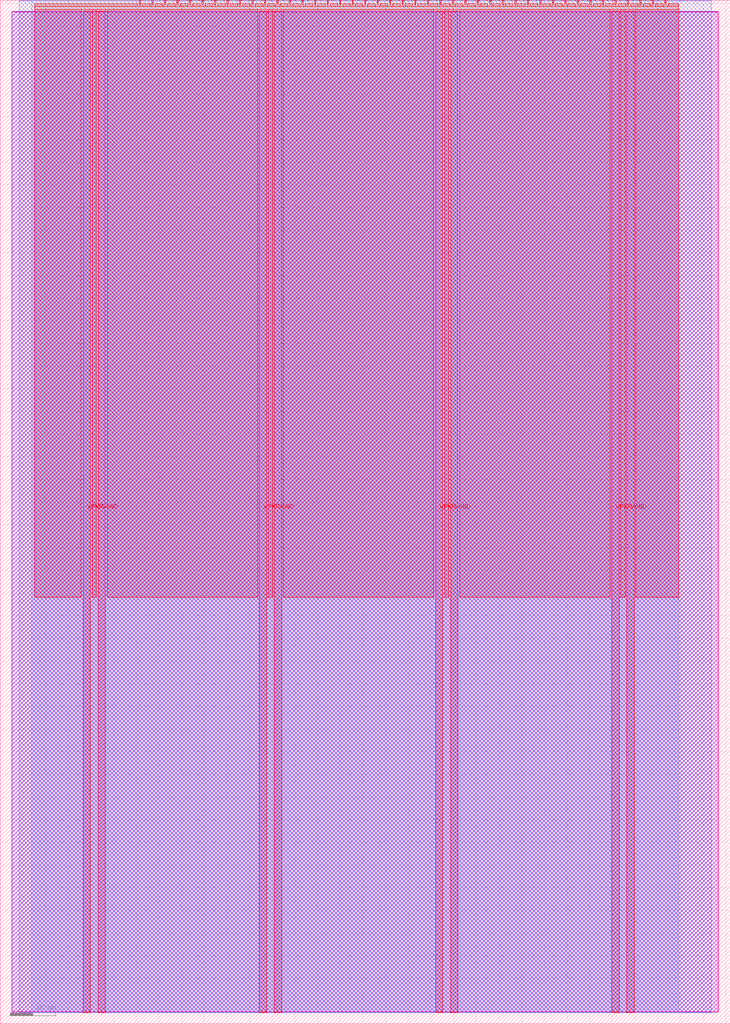
<source format=lef>
VERSION 5.7 ;
  NOWIREEXTENSIONATPIN ON ;
  DIVIDERCHAR "/" ;
  BUSBITCHARS "[]" ;
MACRO tt_um_jonnor_pdm_microphone
  CLASS BLOCK ;
  FOREIGN tt_um_jonnor_pdm_microphone ;
  ORIGIN 0.000 0.000 ;
  SIZE 161.000 BY 225.760 ;
  PIN VGND
    DIRECTION INOUT ;
    USE GROUND ;
    PORT
      LAYER met4 ;
        RECT 21.580 2.480 23.180 223.280 ;
    END
    PORT
      LAYER met4 ;
        RECT 60.450 2.480 62.050 223.280 ;
    END
    PORT
      LAYER met4 ;
        RECT 99.320 2.480 100.920 223.280 ;
    END
    PORT
      LAYER met4 ;
        RECT 138.190 2.480 139.790 223.280 ;
    END
  END VGND
  PIN VPWR
    DIRECTION INOUT ;
    USE POWER ;
    PORT
      LAYER met4 ;
        RECT 18.280 2.480 19.880 223.280 ;
    END
    PORT
      LAYER met4 ;
        RECT 57.150 2.480 58.750 223.280 ;
    END
    PORT
      LAYER met4 ;
        RECT 96.020 2.480 97.620 223.280 ;
    END
    PORT
      LAYER met4 ;
        RECT 134.890 2.480 136.490 223.280 ;
    END
  END VPWR
  PIN clk
    DIRECTION INPUT ;
    USE SIGNAL ;
    ANTENNAGATEAREA 0.852000 ;
    PORT
      LAYER met4 ;
        RECT 143.830 224.760 144.130 225.760 ;
    END
  END clk
  PIN ena
    DIRECTION INPUT ;
    USE SIGNAL ;
    PORT
      LAYER met4 ;
        RECT 146.590 224.760 146.890 225.760 ;
    END
  END ena
  PIN rst_n
    DIRECTION INPUT ;
    USE SIGNAL ;
    ANTENNAGATEAREA 0.196500 ;
    PORT
      LAYER met4 ;
        RECT 141.070 224.760 141.370 225.760 ;
    END
  END rst_n
  PIN ui_in[0]
    DIRECTION INPUT ;
    USE SIGNAL ;
    ANTENNAGATEAREA 0.196500 ;
    PORT
      LAYER met4 ;
        RECT 138.310 224.760 138.610 225.760 ;
    END
  END ui_in[0]
  PIN ui_in[1]
    DIRECTION INPUT ;
    USE SIGNAL ;
    ANTENNAGATEAREA 0.196500 ;
    PORT
      LAYER met4 ;
        RECT 135.550 224.760 135.850 225.760 ;
    END
  END ui_in[1]
  PIN ui_in[2]
    DIRECTION INPUT ;
    USE SIGNAL ;
    ANTENNAGATEAREA 0.196500 ;
    PORT
      LAYER met4 ;
        RECT 132.790 224.760 133.090 225.760 ;
    END
  END ui_in[2]
  PIN ui_in[3]
    DIRECTION INPUT ;
    USE SIGNAL ;
    ANTENNAGATEAREA 0.196500 ;
    PORT
      LAYER met4 ;
        RECT 130.030 224.760 130.330 225.760 ;
    END
  END ui_in[3]
  PIN ui_in[4]
    DIRECTION INPUT ;
    USE SIGNAL ;
    ANTENNAGATEAREA 0.196500 ;
    PORT
      LAYER met4 ;
        RECT 127.270 224.760 127.570 225.760 ;
    END
  END ui_in[4]
  PIN ui_in[5]
    DIRECTION INPUT ;
    USE SIGNAL ;
    ANTENNAGATEAREA 0.196500 ;
    PORT
      LAYER met4 ;
        RECT 124.510 224.760 124.810 225.760 ;
    END
  END ui_in[5]
  PIN ui_in[6]
    DIRECTION INPUT ;
    USE SIGNAL ;
    ANTENNAGATEAREA 0.196500 ;
    PORT
      LAYER met4 ;
        RECT 121.750 224.760 122.050 225.760 ;
    END
  END ui_in[6]
  PIN ui_in[7]
    DIRECTION INPUT ;
    USE SIGNAL ;
    ANTENNAGATEAREA 0.196500 ;
    PORT
      LAYER met4 ;
        RECT 118.990 224.760 119.290 225.760 ;
    END
  END ui_in[7]
  PIN uio_in[0]
    DIRECTION INPUT ;
    USE SIGNAL ;
    PORT
      LAYER met4 ;
        RECT 116.230 224.760 116.530 225.760 ;
    END
  END uio_in[0]
  PIN uio_in[1]
    DIRECTION INPUT ;
    USE SIGNAL ;
    PORT
      LAYER met4 ;
        RECT 113.470 224.760 113.770 225.760 ;
    END
  END uio_in[1]
  PIN uio_in[2]
    DIRECTION INPUT ;
    USE SIGNAL ;
    PORT
      LAYER met4 ;
        RECT 110.710 224.760 111.010 225.760 ;
    END
  END uio_in[2]
  PIN uio_in[3]
    DIRECTION INPUT ;
    USE SIGNAL ;
    PORT
      LAYER met4 ;
        RECT 107.950 224.760 108.250 225.760 ;
    END
  END uio_in[3]
  PIN uio_in[4]
    DIRECTION INPUT ;
    USE SIGNAL ;
    ANTENNAGATEAREA 0.196500 ;
    PORT
      LAYER met4 ;
        RECT 105.190 224.760 105.490 225.760 ;
    END
  END uio_in[4]
  PIN uio_in[5]
    DIRECTION INPUT ;
    USE SIGNAL ;
    ANTENNAGATEAREA 0.196500 ;
    PORT
      LAYER met4 ;
        RECT 102.430 224.760 102.730 225.760 ;
    END
  END uio_in[5]
  PIN uio_in[6]
    DIRECTION INPUT ;
    USE SIGNAL ;
    ANTENNAGATEAREA 0.196500 ;
    PORT
      LAYER met4 ;
        RECT 99.670 224.760 99.970 225.760 ;
    END
  END uio_in[6]
  PIN uio_in[7]
    DIRECTION INPUT ;
    USE SIGNAL ;
    PORT
      LAYER met4 ;
        RECT 96.910 224.760 97.210 225.760 ;
    END
  END uio_in[7]
  PIN uio_oe[0]
    DIRECTION OUTPUT ;
    USE SIGNAL ;
    PORT
      LAYER met4 ;
        RECT 49.990 224.760 50.290 225.760 ;
    END
  END uio_oe[0]
  PIN uio_oe[1]
    DIRECTION OUTPUT ;
    USE SIGNAL ;
    PORT
      LAYER met4 ;
        RECT 47.230 224.760 47.530 225.760 ;
    END
  END uio_oe[1]
  PIN uio_oe[2]
    DIRECTION OUTPUT ;
    USE SIGNAL ;
    PORT
      LAYER met4 ;
        RECT 44.470 224.760 44.770 225.760 ;
    END
  END uio_oe[2]
  PIN uio_oe[3]
    DIRECTION OUTPUT ;
    USE SIGNAL ;
    PORT
      LAYER met4 ;
        RECT 41.710 224.760 42.010 225.760 ;
    END
  END uio_oe[3]
  PIN uio_oe[4]
    DIRECTION OUTPUT ;
    USE SIGNAL ;
    PORT
      LAYER met4 ;
        RECT 38.950 224.760 39.250 225.760 ;
    END
  END uio_oe[4]
  PIN uio_oe[5]
    DIRECTION OUTPUT ;
    USE SIGNAL ;
    PORT
      LAYER met4 ;
        RECT 36.190 224.760 36.490 225.760 ;
    END
  END uio_oe[5]
  PIN uio_oe[6]
    DIRECTION OUTPUT ;
    USE SIGNAL ;
    PORT
      LAYER met4 ;
        RECT 33.430 224.760 33.730 225.760 ;
    END
  END uio_oe[6]
  PIN uio_oe[7]
    DIRECTION OUTPUT ;
    USE SIGNAL ;
    PORT
      LAYER met4 ;
        RECT 30.670 224.760 30.970 225.760 ;
    END
  END uio_oe[7]
  PIN uio_out[0]
    DIRECTION OUTPUT ;
    USE SIGNAL ;
    ANTENNADIFFAREA 0.795200 ;
    PORT
      LAYER met4 ;
        RECT 72.070 224.760 72.370 225.760 ;
    END
  END uio_out[0]
  PIN uio_out[1]
    DIRECTION OUTPUT ;
    USE SIGNAL ;
    PORT
      LAYER met4 ;
        RECT 69.310 224.760 69.610 225.760 ;
    END
  END uio_out[1]
  PIN uio_out[2]
    DIRECTION OUTPUT ;
    USE SIGNAL ;
    PORT
      LAYER met4 ;
        RECT 66.550 224.760 66.850 225.760 ;
    END
  END uio_out[2]
  PIN uio_out[3]
    DIRECTION OUTPUT ;
    USE SIGNAL ;
    ANTENNADIFFAREA 0.445500 ;
    PORT
      LAYER met4 ;
        RECT 63.790 224.760 64.090 225.760 ;
    END
  END uio_out[3]
  PIN uio_out[4]
    DIRECTION OUTPUT ;
    USE SIGNAL ;
    PORT
      LAYER met4 ;
        RECT 61.030 224.760 61.330 225.760 ;
    END
  END uio_out[4]
  PIN uio_out[5]
    DIRECTION OUTPUT ;
    USE SIGNAL ;
    PORT
      LAYER met4 ;
        RECT 58.270 224.760 58.570 225.760 ;
    END
  END uio_out[5]
  PIN uio_out[6]
    DIRECTION OUTPUT ;
    USE SIGNAL ;
    PORT
      LAYER met4 ;
        RECT 55.510 224.760 55.810 225.760 ;
    END
  END uio_out[6]
  PIN uio_out[7]
    DIRECTION OUTPUT ;
    USE SIGNAL ;
    PORT
      LAYER met4 ;
        RECT 52.750 224.760 53.050 225.760 ;
    END
  END uio_out[7]
  PIN uo_out[0]
    DIRECTION OUTPUT ;
    USE SIGNAL ;
    ANTENNADIFFAREA 0.445500 ;
    PORT
      LAYER met4 ;
        RECT 94.150 224.760 94.450 225.760 ;
    END
  END uo_out[0]
  PIN uo_out[1]
    DIRECTION OUTPUT ;
    USE SIGNAL ;
    ANTENNADIFFAREA 0.445500 ;
    PORT
      LAYER met4 ;
        RECT 91.390 224.760 91.690 225.760 ;
    END
  END uo_out[1]
  PIN uo_out[2]
    DIRECTION OUTPUT ;
    USE SIGNAL ;
    ANTENNADIFFAREA 0.445500 ;
    PORT
      LAYER met4 ;
        RECT 88.630 224.760 88.930 225.760 ;
    END
  END uo_out[2]
  PIN uo_out[3]
    DIRECTION OUTPUT ;
    USE SIGNAL ;
    ANTENNADIFFAREA 0.445500 ;
    PORT
      LAYER met4 ;
        RECT 85.870 224.760 86.170 225.760 ;
    END
  END uo_out[3]
  PIN uo_out[4]
    DIRECTION OUTPUT ;
    USE SIGNAL ;
    ANTENNADIFFAREA 0.445500 ;
    PORT
      LAYER met4 ;
        RECT 83.110 224.760 83.410 225.760 ;
    END
  END uo_out[4]
  PIN uo_out[5]
    DIRECTION OUTPUT ;
    USE SIGNAL ;
    ANTENNADIFFAREA 0.445500 ;
    PORT
      LAYER met4 ;
        RECT 80.350 224.760 80.650 225.760 ;
    END
  END uo_out[5]
  PIN uo_out[6]
    DIRECTION OUTPUT ;
    USE SIGNAL ;
    ANTENNADIFFAREA 0.445500 ;
    PORT
      LAYER met4 ;
        RECT 77.590 224.760 77.890 225.760 ;
    END
  END uo_out[6]
  PIN uo_out[7]
    DIRECTION OUTPUT ;
    USE SIGNAL ;
    ANTENNADIFFAREA 0.445500 ;
    PORT
      LAYER met4 ;
        RECT 74.830 224.760 75.130 225.760 ;
    END
  END uo_out[7]
  OBS
      LAYER nwell ;
        RECT 2.570 2.635 158.430 223.230 ;
      LAYER li1 ;
        RECT 2.760 2.635 158.240 223.125 ;
      LAYER met1 ;
        RECT 2.760 2.480 158.240 223.280 ;
      LAYER met2 ;
        RECT 4.240 2.535 156.760 225.605 ;
      LAYER met3 ;
        RECT 6.965 2.555 149.690 225.585 ;
      LAYER met4 ;
        RECT 7.655 224.360 30.270 224.905 ;
        RECT 31.370 224.360 33.030 224.905 ;
        RECT 34.130 224.360 35.790 224.905 ;
        RECT 36.890 224.360 38.550 224.905 ;
        RECT 39.650 224.360 41.310 224.905 ;
        RECT 42.410 224.360 44.070 224.905 ;
        RECT 45.170 224.360 46.830 224.905 ;
        RECT 47.930 224.360 49.590 224.905 ;
        RECT 50.690 224.360 52.350 224.905 ;
        RECT 53.450 224.360 55.110 224.905 ;
        RECT 56.210 224.360 57.870 224.905 ;
        RECT 58.970 224.360 60.630 224.905 ;
        RECT 61.730 224.360 63.390 224.905 ;
        RECT 64.490 224.360 66.150 224.905 ;
        RECT 67.250 224.360 68.910 224.905 ;
        RECT 70.010 224.360 71.670 224.905 ;
        RECT 72.770 224.360 74.430 224.905 ;
        RECT 75.530 224.360 77.190 224.905 ;
        RECT 78.290 224.360 79.950 224.905 ;
        RECT 81.050 224.360 82.710 224.905 ;
        RECT 83.810 224.360 85.470 224.905 ;
        RECT 86.570 224.360 88.230 224.905 ;
        RECT 89.330 224.360 90.990 224.905 ;
        RECT 92.090 224.360 93.750 224.905 ;
        RECT 94.850 224.360 96.510 224.905 ;
        RECT 97.610 224.360 99.270 224.905 ;
        RECT 100.370 224.360 102.030 224.905 ;
        RECT 103.130 224.360 104.790 224.905 ;
        RECT 105.890 224.360 107.550 224.905 ;
        RECT 108.650 224.360 110.310 224.905 ;
        RECT 111.410 224.360 113.070 224.905 ;
        RECT 114.170 224.360 115.830 224.905 ;
        RECT 116.930 224.360 118.590 224.905 ;
        RECT 119.690 224.360 121.350 224.905 ;
        RECT 122.450 224.360 124.110 224.905 ;
        RECT 125.210 224.360 126.870 224.905 ;
        RECT 127.970 224.360 129.630 224.905 ;
        RECT 130.730 224.360 132.390 224.905 ;
        RECT 133.490 224.360 135.150 224.905 ;
        RECT 136.250 224.360 137.910 224.905 ;
        RECT 139.010 224.360 140.670 224.905 ;
        RECT 141.770 224.360 143.430 224.905 ;
        RECT 144.530 224.360 146.190 224.905 ;
        RECT 147.290 224.360 149.665 224.905 ;
        RECT 7.655 223.680 149.665 224.360 ;
        RECT 7.655 94.015 17.880 223.680 ;
        RECT 20.280 94.015 21.180 223.680 ;
        RECT 23.580 94.015 56.750 223.680 ;
        RECT 59.150 94.015 60.050 223.680 ;
        RECT 62.450 94.015 95.620 223.680 ;
        RECT 98.020 94.015 98.920 223.680 ;
        RECT 101.320 94.015 134.490 223.680 ;
        RECT 136.890 94.015 137.790 223.680 ;
        RECT 140.190 94.015 149.665 223.680 ;
  END
END tt_um_jonnor_pdm_microphone
END LIBRARY


</source>
